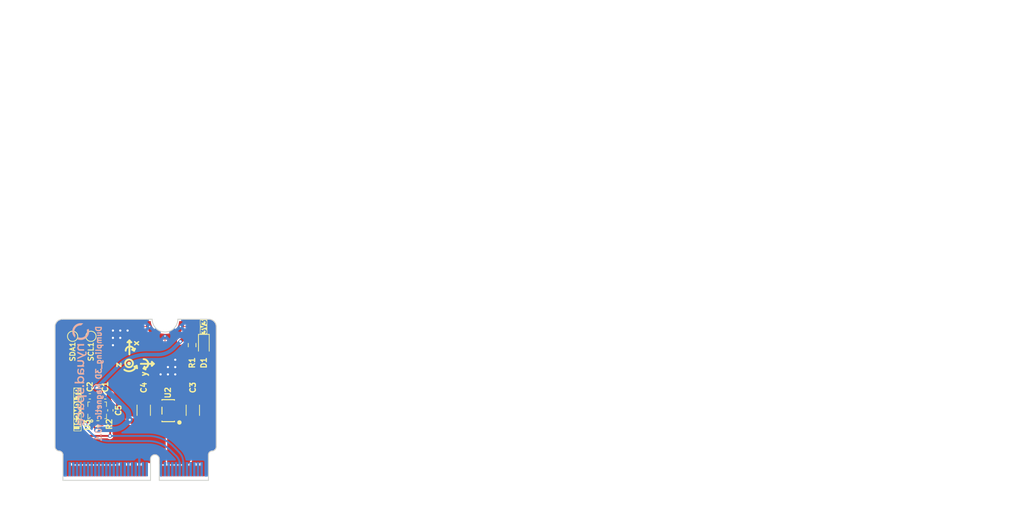
<source format=kicad_pcb>
(kicad_pcb (version 20241229) (generator "pcbnew") (generator_version "9.0")
  (layers (0 "F.Cu" signal "Top") (2 "B.Cu" signal "Bottom") (13 "F.Paste" user) (15 "B.Paste" user) (5 "F.SilkS" user "F.Silkscreen") (7 "B.SilkS" user "B.Silkscreen") (1 "F.Mask" user) (3 "B.Mask" user) (25 "Edge.Cuts" user))
  (net 0 "")
  (net 1 "+3V3")
  (net 2 "GND")
  (net 3 "VIN")
  (net 4 "Net-(U3-C1)")
  (net 5 "Net-(D1-A)")
  (net 6 "/G7")
  (net 7 "/SDIO_DATA3-~{SPI_CS1}")
  (net 8 "/G5")
  (net 9 "/G8")
  (net 10 "/G9-CAM_HSYNC")
  (net 11 "/I2C_~{INT}")
  (net 12 "/AUD_LRCLK")
  (net 13 "/G4")
  (net 14 "/G10-CAM_VSYNC")
  (net 15 "+5V")
  (net 16 "/G6")
  (net 17 "/G11-SWO")
  (net 18 "/G3")
  (net 19 "/AUD_OUT-CAM_MCLK")
  (net 20 "/UART_CTS1")
  (net 21 "/SWDCK")
  (net 22 "/USB_D-")
  (net 23 "LIS2MDLTR_INT")
  (net 24 "LIS2MDLTR_CS")
  (net 25 "/SPI_CIPO-LED_CLK")
  (net 26 "/SPI_SCK")
  (net 27 "/3.3V_EN")
  (net 28 "/SWDIO")
  (net 29 "LIS2MDLTR_SCL")
  (net 30 "/BATT_VIN")
  (net 31 "/I2C_SCL1")
  (net 32 "/PWM1")
  (net 33 "/UART_RX2")
  (net 34 "/G0")
  (net 35 "/A0")
  (net 36 "/CAN-TX")
  (net 37 "/AUD_BCLK")
  (net 38 "/~{SPI_CS}")
  (net 39 "/USBHOST_D-")
  (net 40 "LIS2MDLTR_SDA")
  (net 41 "/D1-CAM_TRIG")
  (net 42 "/RTC_3V_BATT")
  (net 43 "LIS2MDLTR_RX")
  (net 44 "LIS2MDLTR_pwr_cyc")
  (net 45 "/I2C_SDA1")
  (net 46 "LIS2MDLTR_SCK")
  (net 47 "/UART_TX2")
  (net 48 "/A1")
  (net 49 "LIS2MDLTR_MOSI")
  (net 50 "LIS2MDLTR_TX")
  (net 51 "/UART_RTS1")
  (net 52 "/AUD_IN-CAM_PCLK")
  (net 53 "/D0")
  (net 54 "/PWM0")
  (net 55 "/USB_D+")
  (net 56 "/SPI_COPI-LED_DAT")
  (net 57 "LIS2MDLTR_MISO")
  (net 58 "/CAN-RX")
  (net 59 "/SDIO_DATA2")
  (net 60 "/AUD_MCLK")
  (net 61 "/V_USB")
  (net 62 "/USBHOST_D+")
  (net 63 "Net-(U3-CS)")
  (footprint "SparkFun_MicroMod_ESP32:M.2-CARD-E-22" (layer "F.Cu") (at 148.5011 114.365617)
    (property "Reference" "J1" (hide yes))
    (property "Value" "MICROMOD-2222" (hide yes))
    (fp_line (start 1.9 -21) (end 1 -21) (stroke (width 0.1016)) (layer "F.Cu"))
    (fp_line (start 1.9 -21) (end 1.9 -19.9) (stroke (width 0.1016)) (layer "F.Cu"))
    (fp_line (start 4 -19.7) (end 4 -19) (stroke (width 0.1016)) (layer "F.Cu"))
    (fp_line (start 6.1 -21) (end 6.1 -19.9) (stroke (width 0.1016)) (layer "F.Cu"))
    (fp_line (start 6.1 -21) (end 7 -21) (stroke (width 0.1016)) (layer "F.Cu"))
    (fp_poly (pts (xy 1.25 -21.75) (xy 2.05 -21.75) (xy 2.08842 -21.461827) (xy 2.171447 -21.183213) (xy 2.297037 -20.921017) (xy 2.462097 -20.681696) (xy 2.662563 -20.471142) (xy 2.893499 -20.29454) (xy 3.149218 -20.156239) (xy 3.423424 -20.059644) (xy 4 -20) (xy 4.290635 -20.007133) (xy 4.576576 -20.059644) (xy 4.850782 -20.156239) (xy 5.106501 -20.29454) (xy 5.337437 -20.471142) (xy 5.537903 -20.681696) (xy 5.702963 -20.921017) (xy 5.828553 -21.183213) (xy 5.95 -21.75) (xy 6.75 -21.75) (xy 6.686952 -21.386065) (xy 6.576451 -21.033626) (xy 6.420427 -20.698842) (xy 6.221608 -20.387564) (xy 5.983467 -20.10523) (xy 5.710166 -19.856774) (xy 5.40648 -19.646539) (xy 5.077718 -19.478197) (xy 4.729623 -19.354691) (xy 4.368279 -19.27818) (xy 4 -19.25) (xy 3.630811 -19.275627) (xy 3.268334 -19.35024) (xy 2.919037 -19.472506) (xy 2.589157 -19.640244) (xy 2.284581 -19.85046) (xy 2.010746 -20.099401) (xy 1.77254 -20.382623) (xy 1.574215 -20.695072) (xy 1.419311 -21.031169)) (fill yes) (layer "F.Cu"))
    (pad "1" smd rect (at 9.25 -1.275 180) (size 0.35 1.45) (layers "F.Cu" "F.Mask") (net 2 "GND"))
    (pad "2" smd rect (at 9 -1.525) (size 0.35 1.95) (layers "B.Cu" "B.Mask") (net 1 "+3V3"))
    (pad "3" smd rect (at 8.75 -1.275 180) (size 0.35 1.45) (layers "F.Cu" "F.Mask") (net 55 "/USB_D+"))
    (pad "4" smd rect (at 8.5 -1.525) (size 0.35 1.95) (layers "B.Cu" "B.Mask") (net 27 "/3.3V_EN"))
    (pad "5" smd rect (at 8.25 -1.275 180) (size 0.35 1.45) (layers "F.Cu" "F.Mask") (net 22 "/USB_D-"))
    (pad "6" smd rect (at 8 -1.525) (size 0.35 1.95) (layers "B.Cu" "B.Mask") (net 15 "+5V"))
    (pad "7" smd rect (at 7.75 -1.275 180) (size 0.35 1.45) (layers "F.Cu" "F.Mask") (net 2 "GND"))
    (pad "8" smd rect (at 7.5 -1.525) (size 0.35 1.95) (layers "B.Cu" "B.Mask") (net 17 "/G11-SWO"))
    (pad "9" smd rect (at 7.25 -1.275 180) (size 0.35 1.45) (layers "F.Cu" "F.Mask") (net 61 "/V_USB"))
    (pad "10" smd rect (at 7 -1.525) (size 0.35 1.95) (layers "B.Cu" "B.Mask") (net 53 "/D0"))
    (pad "11" smd rect (at 6.75 -1.275 180) (size 0.35 1.45) (layers "F.Cu" "F.Mask") (net 3 "VIN"))
    (pad "12" smd rect (at 6.5 -1.525) (size 0.35 1.95) (layers "B.Cu" "B.Mask") (net 40 "LIS2MDLTR_SDA"))
    (pad "13" smd rect (at 6.25 -1.275 180) (size 0.35 1.45) (layers "F.Cu" "F.Mask") (net 51 "/UART_RTS1"))
    (pad "14" smd rect (at 6 -1.525) (size 0.35 1.95) (layers "B.Cu" "B.Mask") (net 29 "LIS2MDLTR_SCL"))
    (pad "15" smd rect (at 5.75 -1.275 180) (size 0.35 1.45) (layers "F.Cu" "F.Mask") (net 20 "/UART_CTS1"))
    (pad "16" smd rect (at 5.5 -1.525) (size 0.35 1.95) (layers "B.Cu" "B.Mask") (net 11 "/I2C_~{INT}"))
    (pad "17" smd rect (at 5.25 -1.275 180) (size 0.35 1.45) (layers "F.Cu" "F.Mask") (net 50 "LIS2MDLTR_TX"))
    (pad "18" smd rect (at 5 -1.525) (size 0.35 1.95) (layers "B.Cu" "B.Mask") (net 41 "/D1-CAM_TRIG"))
    (pad "19" smd rect (at 4.75 -1.275 180) (size 0.35 1.45) (layers "F.Cu" "F.Mask") (net 43 "LIS2MDLTR_RX"))
    (pad "20" smd rect (at 4.5 -1.525) (size 0.35 1.95) (layers "B.Cu" "B.Mask") (net 33 "/UART_RX2"))
    (pad "21" smd rect (at 4.25 -1.275 180) (size 0.35 1.45) (layers "F.Cu" "F.Mask") (net 21 "/SWDCK"))
    (pad "22" smd rect (at 4 -1.525) (size 0.35 1.95) (layers "B.Cu" "B.Mask") (net 47 "/UART_TX2"))
    (pad "23" smd rect (at 3.75 -1.275 180) (size 0.35 1.45) (layers "F.Cu" "F.Mask") (net 28 "/SWDIO"))
    (pad "32" smd rect (at 1.5 -1.525) (size 0.35 1.95) (layers "B.Cu" "B.Mask") (net 54 "/PWM0"))
    (pad "33" smd rect (at 1.25 -1.275 180) (size 0.35 1.45) (layers "F.Cu" "F.Mask") (net 2 "GND"))
    (pad "34" smd rect (at 1 -1.525) (size 0.35 1.95) (layers "B.Cu" "B.Mask") (net 35 "/A0"))
    (pad "35" smd rect (at 0.75 -1.275 180) (size 0.35 1.45) (layers "F.Cu" "F.Mask") (net 62 "/USBHOST_D+"))
    (pad "36" smd rect (at 0.5 -1.525) (size 0.35 1.95) (layers "B.Cu" "B.Mask") (net 2 "GND"))
    (pad "37" smd rect (at 0.25 -1.275 180) (size 0.35 1.45) (layers "F.Cu" "F.Mask") (net 39 "/USBHOST_D-"))
    (pad "38" smd rect (at 0 -1.525) (size 0.35 1.95) (layers "B.Cu" "B.Mask") (net 48 "/A1"))
    (pad "39" smd rect (at -0.25 -1.275 180) (size 0.35 1.45) (layers "F.Cu" "F.Mask") (net 2 "GND"))
    (pad "40" smd rect (at -0.5 -1.525) (size 0.35 1.95) (layers "B.Cu" "B.Mask") (net 34 "/G0"))
    (pad "41" smd rect (at -0.75 -1.275 180) (size 0.35 1.45) (layers "F.Cu" "F.Mask") (net 58 "/CAN-RX"))
    (pad "42" smd rect (at -1 -1.525) (size 0.35 1.95) (layers "B.Cu" "B.Mask") (net 44 "LIS2MDLTR_pwr_cyc"))
    (pad "43" smd rect (at -1.25 -1.275 180) (size 0.35 1.45) (layers "F.Cu" "F.Mask") (net 36 "/CAN-TX"))
    (pad "44" smd rect (at -1.5 -1.525) (size 0.35 1.95) (layers "B.Cu" "B.Mask") (net 23 "LIS2MDLTR_INT"))
    (pad "45" smd rect (at -1.75 -1.275 180) (size 0.35 1.45) (layers "F.Cu" "F.Mask") (net 2 "GND"))
    (pad "46" smd rect (at -2 -1.525) (size 0.35 1.95) (layers "B.Cu" "B.Mask") (net 18 "/G3"))
    (pad "47" smd rect (at -2.25 -1.275 180) (size 0.35 1.45) (layers "F.Cu" "F.Mask") (net 32 "/PWM1"))
    (pad "48" smd rect (at -2.5 -1.525) (size 0.35 1.95) (layers "B.Cu" "B.Mask") (net 13 "/G4"))
    (pad "49" smd rect (at -2.75 -1.275 180) (size 0.35 1.45) (layers "F.Cu" "F.Mask") (net 30 "/BATT_VIN"))
    (pad "50" smd rect (at -3 -1.525) (size 0.35 1.95) (layers "B.Cu" "B.Mask") (net 37 "/AUD_BCLK"))
    (pad "51" smd rect (at -3.25 -1.275 180) (size 0.35 1.45) (layers "F.Cu" "F.Mask") (net 45 "/I2C_SDA1"))
    (pad "52" smd rect (at -3.5 -1.525) (size 0.35 1.95) (layers "B.Cu" "B.Mask") (net 12 "/AUD_LRCLK"))
    (pad "53" smd rect (at -3.75 -1.275 180) (size 0.35 1.45) (layers "F.Cu" "F.Mask") (net 31 "/I2C_SCL1"))
    (pad "54" smd rect (at -4 -1.525) (size 0.35 1.95) (layers "B.Cu" "B.Mask") (net 52 "/AUD_IN-CAM_PCLK"))
    (pad "55" smd rect (at -4.25 -1.275 180) (size 0.35 1.45) (layers "F.Cu" "F.Mask") (net 38 "/~{SPI_CS}"))
    (pad "56" smd rect (at -4.5 -1.525) (size 0.35 1.95) (layers "B.Cu" "B.Mask") (net 19 "/AUD_OUT-CAM_MCLK"))
    (pad "57" smd rect (at -4.75 -1.275 180) (size 0.35 1.45) (layers "F.Cu" "F.Mask") (net 26 "/SPI_SCK"))
    (pad "58" smd rect (at -5 -1.525) (size 0.35 1.95) (layers "B.Cu" "B.Mask") (net 60 "/AUD_MCLK"))
    (pad "59" smd rect (at -5.25 -1.275 180) (size 0.35 1.45) (layers "F.Cu" "F.Mask") (net 56 "/SPI_COPI-LED_DAT"))
    (pad "60" smd rect (at -5.5 -1.525) (size 0.35 1.95) (layers "B.Cu" "B.Mask") (net 49 "LIS2MDLTR_MOSI"))
    (pad "61" smd rect (at -5.75 -1.275 180) (size 0.35 1.45) (layers "F.Cu" "F.Mask") (net 25 "/SPI_CIPO-LED_CLK"))
    (pad "62" smd rect (at -6 -1.525) (size 0.35 1.95) (layers "B.Cu" "B.Mask") (net 57 "LIS2MDLTR_MISO"))
    (pad "63" smd rect (at -6.25 -1.275 180) (size 0.35 1.45) (layers "F.Cu" "F.Mask") (net 14 "/G10-CAM_VSYNC"))
    (pad "64" smd rect (at -6.5 -1.525) (size 0.35 1.95) (layers "B.Cu" "B.Mask") (net 46 "LIS2MDLTR_SCK"))
    (pad "65" smd rect (at -6.75 -1.275 180) (size 0.35 1.45) (layers "F.Cu" "F.Mask") (net 10 "/G9-CAM_HSYNC"))
    (pad "66" smd rect (at -7 -1.525) (size 0.35 1.95) (layers "B.Cu" "B.Mask") (net 24 "LIS2MDLTR_CS"))
    (pad "67" smd rect (at -7.25 -1.275 180) (size 0.35 1.45) (layers "F.Cu" "F.Mask") (net 9 "/G8"))
    (pad "68" smd rect (at -7.5 -1.525) (size 0.35 1.95) (layers "B.Cu" "B.Mask") (net 59 "/SDIO_DATA2"))
    (pad "69" smd rect (at -7.75 -1.275 180) (size 0.35 1.45) (layers "F.Cu" "F.Mask") (net 6 "/G7"))
    (pad "70" smd rect (at -8 -1.525) (size 0.35 1.95) (layers "B.Cu" "B.Mask") (net 7 "/SDIO_DATA3-~{SPI_CS1}"))
    (pad "71" smd rect (at -8.25 -1.275 180) (size 0.35 1.45) (layers "F.Cu" "F.Mask") (net 16 "/G6"))
    (pad "72" smd rect (at -8.5 -1.525) (size 0.35 1.95) (layers "B.Cu" "B.Mask") (net 42 "/RTC_3V_BATT"))
    (pad "73" smd rect (at -8.75 -1.275 180) (size 0.35 1.45) (layers "F.Cu" "F.Mask") (net 8 "/G5"))
    (pad "74" smd rect (at -9 -1.525) (size 0.35 1.95) (layers "B.Cu" "B.Mask") (net 1 "+3V3"))
    (pad "75" smd rect (at -9.25 -1.275 180) (size 0.35 1.45) (layers "F.Cu" "F.Mask") (net 2 "GND"))
    (pad "GND1" thru_hole circle (at 1.9 -21) (size 0.454 0.454) (drill 0.2) (layers "*.Cu" "*.Mask") (net 2 "GND"))
    (pad "GND2" thru_hole circle (at 4 -19.7) (size 0.454 0.454) (drill 0.2) (layers "*.Cu" "*.Mask") (net 2 "GND"))
    (pad "GND3" thru_hole circle (at 6.1 -21) (size 0.454 0.454) (drill 0.2) (layers "*.Cu" "*.Mask") (net 2 "GND"))
  )
  (footprint "SparkFun_MicroMod_ESP32:ORDERING_INSTRUCTIONS" (layer "F.Cu") (at 167.9811 62.1)
    (property "Reference" "LOGO1" (hide yes))
    (property "Value" "SPECIAL_INSTRUCTIONS-ORDERING")
  )
  (footprint "SparkFun_MicroMod_ESP32:CREATIVE_COMMONS" (layer "F.Cu") (at 184.4 63.75)
    (property "Reference" "FRAME1" (hide yes))
    (property "Value" "FRAME-LEDGER" (hide yes))
  )
  (footprint "TPSPX3819M5-L-3-3:SOT-23-5_L3.0-W1.6-P0.95-LS2.8-BR" (layer "F.Cu") (at 152.9375 104.85)
    (property "Reference" "U2" (at -0.0375 -2.45 90) (layer "F.SilkS") (effects (font (size 0.75 0.75) (thickness 0.175) (bold yes))))
    (property "Value" "TPSPX3819M5-L-3-3")
    (pad "1" smd rect (at 1.149987 0.949962 90) (size 0.6 1.2) (layers "F.Cu" "F.Mask" "F.Paste") (net 3 "VIN"))
    (pad "2" smd rect (at 1.149987 0 90) (size 0.6 1.2) (layers "F.Cu" "F.Mask" "F.Paste") (net 2 "GND"))
    (pad "3" smd rect (at 1.149987 -0.949962 90) (size 0.6 1.2) (layers "F.Cu" "F.Mask" "F.Paste") (net 3 "VIN"))
    (pad "4" smd rect (at -1.149987 -0.949962 90) (size 0.6 1.2) (layers "F.Cu" "F.Mask" "F.Paste"))
    (pad "5" smd rect (at -1.149987 0.949962 90) (size 0.6 1.2) (layers "F.Cu" "F.Mask" "F.Paste") (net 1 "+3V3"))
  )
  (footprint "Resistor_SMD:R_0603_1608Metric" (layer "F.Cu") (at 156.2 95.9 -90)
    (property "Reference" "R1" (at 2.425 0 270) (layer "F.SilkS") (effects (font (size 0.75 0.75) (thickness 0.175) (bold yes))))
    (property "Value" "10k")
    (pad "1" smd roundrect (at -0.825 0 270) (size 0.8 0.95) (layers "F.Cu" "F.Mask" "F.Paste") (net 1 "+3V3"))
    (pad "2" smd roundrect (at 0.825 0 270) (size 0.8 0.95) (layers "F.Cu" "F.Mask" "F.Paste") (net 5 "Net-(D1-A)"))
  )
  (footprint "Capacitor_SMD:C_0402_1005Metric" (layer "F.Cu") (at 145.050064 104.804093 90)
    (property "Reference" "C5" (at 0 1.1 90) (layer "F.SilkS") (effects (font (size 0.75 0.75) (thickness 0.175) (bold yes))))
    (property "Value" "0.22u")
    (pad "1" smd roundrect (at -0.48 0 90) (size 0.56 0.62) (layers "F.Cu" "F.Mask" "F.Paste") (net 4 "Net-(U3-C1)"))
    (pad "2" smd roundrect (at 0.48 0 90) (size 0.56 0.62) (layers "F.Cu" "F.Mask" "F.Paste") (net 2 "GND"))
  )
  (footprint "LED_SMD:LED_0603_1608Metric" (layer "F.Cu") (at 157.8 95.925 -90)
    (property "Reference" "D1" (at 2.4 0 90) (layer "F.SilkS") (effects (font (size 0.75 0.75) (thickness 0.175) (bold yes))))
    (property "Value" "LED")
    (pad "1" smd roundrect (at -0.7875 0 270) (size 0.875 0.95) (layers "F.Cu" "F.Mask" "F.Paste") (net 2 "GND"))
    (pad "2" smd roundrect (at 0.7875 0 270) (size 0.875 0.95) (layers "F.Cu" "F.Mask" "F.Paste") (net 5 "Net-(D1-A)"))
  )
  (footprint "Resistor_SMD:R_0402_1005Metric" (layer "F.Cu") (at 143.350064 106.604093)
    (property "Reference" "R2" (at 1.549936 0.095907 90) (layer "F.SilkS") (effects (font (size 0.75 0.75) (thickness 0.175) (bold yes))))
    (property "Value" "10k")
    (pad "1" smd roundrect (at -0.51 0) (size 0.54 0.64) (layers "F.Cu" "F.Mask" "F.Paste") (net 1 "+3V3"))
    (pad "2" smd roundrect (at 0.51 0) (size 0.54 0.64) (layers "F.Cu" "F.Mask" "F.Paste") (net 63 "Net-(U3-CS)"))
  )
  (footprint "TestPoint:TestPoint_Pad_D1.0mm" (layer "F.Cu") (at 139.9 94.7)
    (property "Reference" "SDA1" (at 0 2.1 90) (layer "F.SilkS") (effects (font (size 0.7 0.7))))
    (property "Value" "I2C")
    (pad "1" smd circle (at 0 0) (size 1 1) (layers "F.Cu" "F.Mask") (net 40 "LIS2MDLTR_SDA"))
  )
  (footprint "Capacitor_SMD:C_0402_1005Metric" (layer "F.Cu") (at 142.250064 102.904093 180)
    (property "Reference" "C2" (at 0 1.3 90) (layer "F.SilkS") (effects (font (size 0.7 0.7) (thickness 0.175) (bold yes))))
    (property "Value" "100n")
    (pad "1" smd roundrect (at -0.48 0 180) (size 0.56 0.62) (layers "F.Cu" "F.Mask" "F.Paste") (net 1 "+3V3"))
    (pad "2" smd roundrect (at 0.48 0 180) (size 0.56 0.62) (layers "F.Cu" "F.Mask" "F.Paste") (net 2 "GND"))
  )
  (footprint "Capacitor_SMD:C_1206_3216Metric" (layer "F.Cu") (at 156.3 104.8 90)
    (property "Reference" "C3" (at 3.1 0 90) (layer "F.SilkS") (effects (font (size 0.75 0.75) (thickness 0.175) (bold yes))))
    (property "Value" "10u")
    (pad "1" smd roundrect (at -1.475 0 90) (size 1.15 1.8) (layers "F.Cu" "F.Mask" "F.Paste") (roundrect_rratio 0.217391) (net 3 "VIN"))
    (pad "2" smd roundrect (at 1.475 0 90) (size 1.15 1.8) (layers "F.Cu" "F.Mask" "F.Paste") (roundrect_rratio 0.217391) (net 2 "GND"))
  )
  (footprint "TestPoint:TestPoint_Pad_D1.0mm" (layer "F.Cu") (at 142.4 94.7)
    (property "Reference" "SCL1" (at 0 2.1 90) (layer "F.SilkS") (effects (font (size 0.7 0.7))))
    (property "Value" "I2C")
    (pad "1" smd circle (at 0 0) (size 1 1) (layers "F.Cu" "F.Mask") (net 29 "LIS2MDLTR_SCL"))
  )
  (footprint "Capacitor_SMD:C_0402_1005Metric" (layer "F.Cu") (at 144.350064 102.904093)
    (property "Reference" "C1" (at 0 -1.3 90) (layer "F.SilkS") (effects (font (size 0.75 0.75) (thickness 0.175) (bold yes))))
    (property "Value" "100n")
    (pad "1" smd roundrect (at -0.48 0) (size 0.56 0.62) (layers "F.Cu" "F.Mask" "F.Paste") (net 1 "+3V3"))
    (pad "2" smd roundrect (at 0.48 0) (size 0.56 0.62) (layers "F.Cu" "F.Mask" "F.Paste") (net 2 "GND"))
  )
  (footprint "LIS2MDLTR:LGA-12_L2.0-W2.0-P0.50-BL" (layer "F.Cu") (at 143.250064 104.804093)
    (property "Reference" "U3" (at -1.350064 1.995907 90) (layer "F.SilkS") (effects (font (size 0.75 0.75) (thickness 0.175) (bold yes))))
    (property "Value" "LIS2MDLTR")
    (pad "1" smd rect (at -0.750064 0.875032) (size 0.28001 0.5) (layers "F.Cu" "F.Mask" "F.Paste") (net 29 "LIS2MDLTR_SCL"))
    (pad "2" smd rect (at -0.249936 0.875032) (size 0.28001 0.5) (layers "F.Cu" "F.Mask" "F.Paste"))
    (pad "3" smd rect (at 0.249936 0.875032) (size 0.28001 0.5) (layers "F.Cu" "F.Mask" "F.Paste") (net 63 "Net-(U3-CS)"))
    (pad "4" smd rect (at 0.750064 0.875032) (size 0.28001 0.5) (layers "F.Cu" "F.Mask" "F.Paste") (net 40 "LIS2MDLTR_SDA"))
    (pad "5" smd rect (at 0.875032 0.249936) (size 0.5 0.28001) (layers "F.Cu" "F.Mask" "F.Paste") (net 4 "Net-(U3-C1)"))
    (pad "6" smd rect (at 0.875032 -0.249936) (size 0.5 0.28001) (layers "F.Cu" "F.Mask" "F.Paste") (net 2 "GND"))
    (pad "7" smd rect (at 0.750064 -0.875032) (size 0.28001 0.5) (layers "F.Cu" "F.Mask" "F.Paste") (net 23 "LIS2MDLTR_INT"))
    (pad "8" smd rect (at 0.249936 -0.875032) (size 0.28001 0.5) (layers "F.Cu" "F.Mask" "F.Paste") (net 2 "GND"))
    (pad "9" smd rect (at -0.249936 -0.875032) (size 0.28001 0.5) (layers "F.Cu" "F.Mask" "F.Paste") (net 1 "+3V3"))
    (pad "10" smd rect (at -0.750064 -0.875032) (size 0.28001 0.5) (layers "F.Cu" "F.Mask" "F.Paste") (net 1 "+3V3"))
    (pad "11" smd rect (at -0.875032 -0.249936) (size 0.5 0.28001) (layers "F.Cu" "F.Mask" "F.Paste"))
    (pad "12" smd rect (at -0.875032 0.249936) (size 0.5 0.28001) (layers "F.Cu" "F.Mask" "F.Paste"))
  )
  (footprint "Capacitor_SMD:C_1206_3216Metric" (layer "F.Cu") (at 149.6 104.8 90)
    (property "Reference" "C4" (at 3.1 0 90) (layer "F.SilkS") (effects (font (size 0.75 0.75) (thickness 0.175) (bold yes))))
    (property "Value" "10u")
    (pad "1" smd roundrect (at -1.475 0 90) (size 1.15 1.8) (layers "F.Cu" "F.Mask" "F.Paste") (roundrect_rratio 0.217391) (net 1 "+3V3"))
    (pad "2" smd roundrect (at 1.475 0 90) (size 1.15 1.8) (layers "F.Cu" "F.Mask" "F.Paste") (roundrect_rratio 0.217391) (net 2 "GND"))
  )
  (footprint "LOGO" (layer "B.Cu") (at 141 99.9 -90)
    (property "Reference" "G***" (hide yes))
    (property "Value" "LOGO" (hide yes))
  )
  (gr_line (start 149.7112 98.863625) (end 149.8382 99.219225) (stroke (width 0.254)) (layer "F.SilkS"))
  (gr_circle (center 147.6 98.4) (end 147.6 98.527) (stroke (width 0.254)) (fill no) (layer "F.SilkS"))
  (gr_line (start 150.9812 98.457225) (end 150.7272 98.711225) (stroke (width 0.254)) (layer "F.SilkS"))
  (gr_line (start 148.282625 96.6601) (end 148.028625 96.5331) (stroke (width 0.254)) (layer "F.SilkS"))
  (gr_arc (start 148.5652 98.854025) (mid 147.853504 99.433281) (end 146.952299 99.260426) (stroke (width 0.254)) (layer "F.SilkS"))
  (gr_line (start 148.409625 96.4061) (end 148.028625 96.5331) (stroke (width 0.254)) (layer "F.SilkS"))
  (gr_line (start 150.9812 98.457225) (end 150.7272 98.203225) (stroke (width 0.254)) (layer "F.SilkS"))
  (gr_line (start 148.3366 98.85085) (end 148.6922 99.057225) (stroke (width 0.254)) (layer "F.SilkS"))
  (gr_line (start 148.282625 96.6601) (end 148.409625 96.4061) (stroke (width 0.254)) (layer "F.SilkS"))
  (gr_line (start 147.647625 95.2631) (end 147.901625 95.5171) (stroke (width 0.254)) (layer "F.SilkS"))
  (gr_line (start 147.647625 95.2631) (end 147.647625 97.1681) (stroke (width 0.254)) (layer "F.SilkS"))
  (gr_arc (start 147.139625 96.6601) (mid 147.711125 96.088616) (end 148.282625 96.6601) (stroke (width 0.254)) (layer "F.SilkS"))
  (gr_line (start 148.644575 98.72385) (end 148.3366 98.85085) (stroke (width 0.254)) (layer "F.SilkS"))
  (gr_line (start 147.901625 95.5171) (end 147.393625 95.5171) (stroke (width 0.254)) (layer "F.SilkS"))
  (gr_circle (center 147.6 98.4) (end 147.6 98.9334) (stroke (width 0.254)) (fill no) (layer "F.SilkS"))
  (gr_line (start 148.644575 98.72385) (end 148.6922 99.057225) (stroke (width 0.254)) (layer "F.SilkS"))
  (gr_arc (start 149.5842 97.822225) (mid 150.2192 98.457225) (end 149.5842 99.092225) (stroke (width 0.254)) (layer "F.SilkS"))
  (gr_line (start 149.5842 99.092225) (end 149.8382 99.219225) (stroke (width 0.254)) (layer "F.SilkS"))
  (gr_line (start 149.5842 99.092225) (end 149.7112 98.863625) (stroke (width 0.254)) (layer "F.SilkS"))
  (gr_line (start 147.647625 95.2631) (end 147.393625 95.5171) (stroke (width 0.254)) (layer "F.SilkS"))
  (gr_line (start 150.9812 98.457225) (end 149.2032 98.457225) (stroke (width 0.254)) (layer "F.SilkS"))
  (gr_line (start 150.7018 98.177825) (end 150.7018 98.736625) (stroke (width 0.254)) (layer "F.SilkS"))
  (gr_line (start 158.4261 114.365617) (end 151.7261 114.365617) (stroke (width 0.127)) (layer "Edge.Cuts"))
  (gr_line (start 150.5261 111.465617) (end 150.5261 114.365617) (stroke (width 0.127)) (layer "Edge.Cuts"))
  (gr_line (start 138.5761 114.365617) (end 138.5761 110.865617) (stroke (width 0.127)) (layer "Edge.Cuts"))
  (gr_arc (start 138.1011 110.365617) (mid 138.434341 110.524663) (end 138.5761 110.865618) (stroke (width 0.127)) (layer "Edge.Cuts"))
  (gr_arc (start 137.5011 93.365617) (mid 137.8011 92.665618) (end 138.501099 92.365618) (stroke (width 0.127)) (layer "Edge.Cuts"))
  (gr_arc (start 159.501099 109.765618) (mid 159.320461 110.184979) (end 158.9011 110.365617) (stroke (width 0.127)) (layer "Edge.Cuts"))
  (gr_line (start 137.5011 93.365617) (end 137.5011 109.765617) (stroke (width 0.127)) (layer "Edge.Cuts"))
  (gr_line (start 159.5011 93.365617) (end 159.5011 109.765617) (stroke (width 0.127)) (layer "Edge.Cuts"))
  (gr_arc (start 154.2511 92.365617) (mid 152.5011 94.115617) (end 150.7511 92.365617) (stroke (width 0.127)) (layer "Edge.Cuts"))
  (gr_arc (start 158.4261 110.865617) (mid 158.566444 110.523319) (end 158.9011 110.365617) (stroke (width 0.127)) (layer "Edge.Cuts"))
  (gr_arc (start 150.5261 111.465617) (mid 151.1261 110.865617) (end 151.7261 111.465617) (stroke (width 0.127)) (layer "Edge.Cuts"))
  (gr_line (start 158.4261 110.865617) (end 158.4261 114.365617) (stroke (width 0.127)) (layer "Edge.Cuts"))
  (gr_line (start 150.7511 92.365617) (end 138.5011 92.365617) (stroke (width 0.127)) (layer "Edge.Cuts"))
  (gr_line (start 151.7261 111.465617) (end 151.7261 114.365617) (stroke (width 0.127)) (layer "Edge.Cuts"))
  (gr_arc (start 138.101098 110.365617) (mid 137.681737 110.184978) (end 137.5011 109.765617) (stroke (width 0.127)) (layer "Edge.Cuts"))
  (gr_line (start 158.5011 92.365617) (end 154.2511 92.365617) (stroke (width 0.127)) (layer "Edge.Cuts"))
  (gr_arc (start 158.5011 92.365617) (mid 159.2011 92.665617) (end 159.5011 93.365617) (stroke (width 0.127)) (layer "Edge.Cuts"))
  (gr_line (start 138.5761 114.365617) (end 150.5261 114.365617) (stroke (width 0.127)) (layer "Edge.Cuts"))
  (gr_text "y" (at 150.0922 100.257225 90) (layer "F.SilkS") (effects (font (size 0.8 0.8) (thickness 0.1905)) (justify left bottom)))
  (gr_text "LIS2MDLTR" (at 140.6 104.7 90) (layer "F.SilkS" knockout) (effects (font (size 0.75 0.75) (thickness 0.175) (bold yes))))
  (gr_text "z" (at 146.5922 99.057225 90) (layer "F.SilkS") (effects (font (size 0.8 0.8) (thickness 0.1905)) (justify left bottom)))
  (gr_text "x" (at 149 96.1 90) (layer "F.SilkS") (effects (font (size 0.8 0.8) (thickness 0.1905)) (justify left bottom)))
  (gr_text "3V3" (at 157.8 93.4 90) (layer "F.SilkS" knockout) (effects (font (size 0.7 0.7) (thickness 0.15) (bold yes))))
  (gr_text "Dumpling_3D Magnetic v0.1" (at 143.9 93.2 90) (layer "B.SilkS") (effects (font (size 0.75 0.75) (thickness 0.175) (bold yes)) (justify left bottom mirror)))
  (segment (start 143.2 101.7) (end 143.681256 102.181256) (width 0.5) (layer "F.Cu") (net 1))
  (segment (start 143.632972 102.904093) (end 143.670038 102.904093) (width 0.3) (layer "F.Cu") (net 1))
  (segment (start 143.008995 103.676408) (end 143.008995 103.586841) (width 0.3) (layer "F.Cu") (net 1))
  (segment (start 142.450064 103.879125) (end 142.5 103.929061) (width 0.2) (layer "F.Cu") (net 1))
  (segment (start 143.569697 102.930302) (end 143.076761 103.423238) (width 0.3) (layer "F.Cu") (net 1))
  (segment (start 143.870064 102.637078) (end 143.870064 102.904093) (width 0.5) (layer "F.Cu") (net 1))
  (segment (start 142.702548 103.099869) (end 142.675032 103.127385) (width 0.3) (layer "F.Cu") (net 1))
  (segment (start 154.7375 95.2625) (end 154.6 95.4) (width 0.5) (layer "F.Cu") (net 1))
  (segment (start 155.069454 95.125) (end 156.2 95.125) (width 0.5) (layer "F.Cu") (net 1))
  (segment (start 147.998743 106.275) (end 149.6 106.275) (width 0.75) (layer "F.Cu") (net 1))
  (segment (start 143.2 107.5) (end 143.020032 107.320032) (width 0.25) (layer "F.Cu") (net 1))
  (segment (start 142.840064 106.88555) (end 142.840064 106.604093) (width 0.25) (layer "F.Cu") (net 1))
  (segment (start 150.989124 106.275) (end 149.6 106.275) (width 0.75) (layer "F.Cu") (net 1))
  (segment (start 143.2 101.75) (end 143.2 101.7) (width 0.5) (layer "F.Cu") (net 1))
  (segment (start 142.730064 103.033439) (end 142.730064 102.925351) (width 0.3) (layer "F.Cu") (net 1))
  (segment (start 151.5625 106.0375) (end 151.8 105.8) (width 0.75) (layer "F.Cu") (net 1))
  (segment (start 142.5 103.549949) (end 142.5 103.829189) (width 0.3) (layer "F.Cu") (net 1))
  (segment (start 142.7 102.85277) (end 142.7 102.587014) (width 0.5) (layer "F.Cu") (net 1))
  (segment (start 142.751322 102.904093) (end 142.850064 102.904093) (width 0.3) (layer "F.Cu") (net 1))
  (segment (start 143.000128 103.697814) (end 143.000128 103.929061) (width 0.3) (layer "F.Cu") (net 1))
  (segment (start 143.164644 101.835355) (end 142.902949 102.09705) (width 0.5) (layer "F.Cu") (net 1))
  (segment (start 147.7 106.1) (end 147.7875 106.1875) (width 0.75) (layer "F.Cu") (net 1))
  (via (at 154.6 95.4) (size 0.5) (drill 0.3) (layers "F.Cu" "B.Cu") (net 1))
  (via (at 143.2 107.5) (size 0.5) (drill 0.3) (layers "F.Cu" "B.Cu") (net 1))
  (via (at 143.2 101.7) (size 0.5) (drill 0.3) (layers "F.Cu" "B.Cu") (net 1))
  (via (at 147.7 106.1) (size 0.5) (drill 0.3) (layers "F.Cu" "B.Cu") (net 1))
  (arc (start 142.7 102.85277) (mid 142.703906 102.87241) (end 142.715032 102.889061) (width 0.5) (layer "F.Cu") (net 1))
  (arc (start 142.840064 106.88555) (mid 142.886836 107.12069) (end 143.020032 107.320032) (width 0.25) (layer "F.Cu") (net 1))
  (arc (start 143.2 101.75) (mid 143.190811 101.796193) (end 143.164644 101.835355) (width 0.5) (layer "F.Cu") (net 1))
  (arc (start 142.7 102.587014) (mid 142.752744 102.321847) (end 142.902949 102.09705) (width 0.5) (layer "F.Cu") (net 1))
  (arc (start 143.076761 103.423238) (mid 143.026606 103.498299) (end 143.008995 103.586841) (width 0.3) (layer "F.Cu") (net 1))
  (arc (start 154.7375 95.2625) (mid 154.889801 95.160735) (end 155.069454 95.125) (width 0.5) (layer "F.Cu") (net 1))
  (arc (start 147.998743 106.275) (mid 147.884419 106.252259) (end 147.7875 106.1875) (width 0.75) (layer "F.Cu") (net 1))
  (arc (start 142.751322 102.904093) (mid 142.73629 102.910319) (end 142.730064 102.925351) (width 0.3) (layer "F.Cu") (net 1))
  (arc (start 151.5625 106.0375) (mid 151.299432 106.213275) (end 150.989124 106.275) (width 0.75) (layer "F.Cu") (net 1))
  (arc (start 142.730064 102.925351) (mid 142.726157 102.905711) (end 142.715032 102.889061) (width 0.3) (layer "F.Cu") (net 1))
  (arc (start 143.004561 103.687111) (mid 143.00128 103.692021) (end 143.000128 103.697814) (width 0.3) (layer "F.Cu") (net 1))
  (arc (start 143.870064 102.637078) (mid 143.820994 102.390389) (end 143.681256 102.181256) (width 0.5) (layer "F.Cu") (net 1))
  (arc (start 143.569697 102.930302) (mid 143.598728 102.910904) (end 143.632972 102.904093) (width 0.3) (layer "F.Cu") (net 1))
  (arc (start 142.675032 103.127385) (mid 142.545489 103.321259) (end 142.5 103.549949) (width 0.3) (layer "F.Cu") (net 1))
  (arc (start 143.004561 103.687111) (mid 143.007842 103.6822) (end 143.008995 103.676408) (width 0.3) (layer "F.Cu") (net 1))
  (arc (start 142.730064 103.033439) (mid 142.722912 103.06939) (end 142.702548 103.099869) (width 0.3) (layer "F.Cu") (net 1))
  (arc (start 142.751322 102.904093) (mid 142.731682 102.900186) (end 142.715032 102.889061) (width 0.5) (layer "F.Cu") (net 1))
  (segment (start 143.2 101.7) (end 143.7 101.7) (width 0.75) (layer "B.Cu") (net 1))
  (segment (start 143.37071 107.4) (end 145.480761 107.4) (width 0.75) (layer "B.Cu") (net 1))
  (segment (start 154.6 95.4) (end 153.7 96.3) (width 0.5) (layer "B.Cu") (net 1))
  (segment (start 147.65 106.1) (end 147.7 106.1) (width 0.75) (layer "B.Cu") (net 1))
  (segment (start 143.2 107.5) (end 143.25 107.45) (width 0.75) (layer "B.Cu") (net 1))
  (segment (start 147.564644 106.064644) (end 147.564644 105.564644) (width 0.75) (layer "B.Cu") (net 1))
  (segment (start 149.953963 97.2) (end 151.527207 97.2) (width 0.5) (layer "B.Cu") (net 1))
  (segment (start 146.106207 98.793792) (end 143.2 101.7) (width 0.5) (layer "B.Cu") (net 1))
  (segment (start 147.21109 104.71109) (end 144.553553 102.053553) (width 0.75) (layer "B.Cu") (net 1))
  (segment (start 147.05 106.75) (end 147.7 106.1) (width 0.75) (layer "B.Cu") (net 1))
  (arc (start 149.953963 97.2) (mid 147.871572 97.614213) (end 146.106207 98.793792) (width 0.5) (layer "B.Cu") (net 1))
  (arc (start 153.7 96.3) (mid 152.703114 96.966097) (end 151.527207 97.2) (width 0.5) (layer "B.Cu") (net 1))
  (arc (start 147.564644 106.064644) (mid 147.603805 106.090811) (end 147.65 106.1) (width 0.75) (layer "B.Cu") (net 1))
  (arc (start 144.553553 102.053553) (mid 144.161939 101.791885) (end 143.7 101.7) (width 0.75) (layer "B.Cu") (net 1))
  (arc (start 147.05 106.75) (mid 146.330027 107.23107) (end 145.480761 107.4) (width 0.75) (layer "B.Cu") (net 1))
  (arc (start 147.21109 104.71109) (mid 147.472758 105.102704) (end 147.564644 105.564644) (width 0.75) (layer "B.Cu") (net 1))
  (arc (start 143.37071 107.4) (mid 143.305382 107.412994) (end 143.25 107.45) (width 0.75) (layer "B.Cu") (net 1))
  (segment (start 145.025032 104.349125) (end 144.935032 104.439125) (width 0.3) (layer "F.Cu") (net 2))
  (segment (start 144.65732 104.554157) (end 144.125096 104.554157) (width 0.3) (layer "F.Cu") (net 2))
  (segment (start 144.125096 104.554157) (end 143.642063 104.554157) (width 0.25) (layer "F.Cu") (net 2))
  (segment (start 154.7125 104.85) (end 154.075 104.85) (width 0.75) (layer "F.Cu") (net 2))
  (segment (start 144.875032 103.029061) (end 144.750064 102.904093) (width 0.3) (layer "F.Cu") (net 2))
  (segment (start 145 103.33076) (end 145 104.238628) (width 0.3) (layer "F.Cu") (net 2))
  (segment (start 143.5 104.41204) (end 143.5 103.929061) (width 0.25) (layer "F.Cu") (net 2))
  (segment (start 155.80078 104.399219) (end 156.096706 104.103293) (width 0.75) (layer "F.Cu") (net 2))
  (segment (start 156.3 103.6125) (end 156.3 103.325) (width 0.75) (layer "F.Cu") (net 2))
  (via (at 153.9 97.9) (size 0.7) (drill 0.3) (layers "F.Cu" "B.Cu") (net 2))
  (via (at 145.4 94.915617) (size 0.7) (drill 0.3) (layers "F.Cu" "B.Cu") (net 2))
  (via (at 146.4 94.915617) (size 0.7) (drill 0.3) (layers "F.Cu" "B.Cu") (net 2))
  (via (at 153.9 98.9) (size 0.7) (drill 0.3) (layers "F.Cu" "B.Cu") (net 2))
  (via (at 147.4 93.915617) (size 0.7) (drill 0.3) (layers "F.Cu" "B.Cu") (net 2))
  (via (at 152.9 98.9) (size 0.7) (drill 0.3) (layers "F.Cu" "B.Cu") (net 2))
  (via (at 146.4 93.915617) (size 0.7) (drill 0.3) (layers "F.Cu" "B.Cu") (net 2))
  (via (at 145.4 95.915617) (size 0.7) (drill 0.3) (layers "F.Cu" "B.Cu") (net 2))
  (via (at 145.4 93.915617) (size 0.7) (drill 0.3) (layers "F.Cu" "B.Cu") (net 2))
  (via (at 151.9 99.9) (size 0.7) (drill 0.3) (layers "F.Cu" "B.Cu") (net 2))
  (via (at 152.9 99.9) (size 0.7) (drill 0.3) (layers "F.Cu" "B.Cu") (net 2))
  (via (at 153.9 99.9) (size 0.7) (drill 0.3) (layers "F.Cu" "B.Cu") (net 2))
  (arc (start 145 103.33076) (mid 144.967521 103.167481) (end 144.875032 103.029061) (width 0.3) (layer "F.Cu") (net 2))
  (arc (start 143.5 104.41204) (mid 143.510818 104.46644) (end 143.541609 104.512547) (width 0.25) (layer "F.Cu") (net 2))
  (arc (start 156.096706 104.103293) (mid 156.247165 103.878115) (end 156.3 103.6125) (width 0.75) (layer "F.Cu") (net 2))
  (arc (start 155.80078 104.399219) (mid 155.301473 104.732845) (end 154.7125 104.85) (width 0.75) (layer "F.Cu") (net 2))
  (arc (start 145.025032 104.349125) (mid 145.0354 104.324093) (end 145.025032 104.299061) (width 0.3) (layer "F.Cu") (net 2))
  (arc (start 143.541609 104.512547) (mid 143.587697 104.543342) (end 143.642063 104.554157) (width 0.25) (layer "F.Cu") (net 2))
  (arc (start 145.025032 104.299061) (mid 145.006505 104.271334) (end 145 104.238628) (width 0.3) (layer "F.Cu") (net 2))
  (arc (start 144.65732 104.554157) (mid 144.807616 104.524261) (end 144.935032 104.439125) (width 0.3) (layer "F.Cu") (net 2))
  (segment (start 154.21665 105.8) (end 154.075 105.8) (width 0.75) (layer "F.Cu") (net 3))
  (segment (start 154.749619 105.8) (end 154.535956 105.8) (width 0.75) (layer "F.Cu") (net 3))
  (segment (start 155.348068 105.8) (end 155.065956 105.8) (width 0.75) (layer "F.Cu") (net 3))
  (segment (start 154.49995 105.8) (end 154.3583 105.8) (width 0.75) (layer "F.Cu") (net 3))
  (segment (start 154.49995 105.8) (end 154.535956 105.8) (width 0.75) (layer "F.Cu") (net 3))
  (segment (start 154.3583 105.8) (end 154.21665 105.8) (width 0.75) (layer "F.Cu") (net 3))
  (segment (start 153.827112 105.8) (end 153.7917 105.8) (width 0.75) (layer "F.Cu") (net 3))
  (segment (start 155.489124 105.8) (end 155.348068 105.8) (width 0.75) (layer "F.Cu") (net 3))
  (segment (start 153.897937 105.8) (end 153.827112 105.8) (width 0.75) (layer "F.Cu") (net 3))
  (segment (start 155.065956 105.8) (end 154.749619 105.8) (width 0.75) (layer "F.Cu") (net 3))
  (segment (start 153.93335 105.8) (end 153.897937 105.8) (width 0.75) (layer "F.Cu") (net 3))
  (segment (start 154.075 105.8) (end 153.93335 105.8) (width 0.75) (layer "F.Cu") (net 3))
  (segment (start 156.0625 106.0375) (end 156.3 106.275) (width 0.75) (layer "F.Cu") (net 3))
  (arc (start 156.0625 106.0375) (mid 155.799432 105.861724) (end 155.489124 105.8) (width 0.75) (layer "F.Cu") (net 3))
  (segment (start 144.65732 105.054029) (end 144.125096 105.054029) (width 0.25) (layer "F.Cu") (net 4))
  (segment (start 144.935032 105.169061) (end 145.050064 105.284093) (width 0.25) (layer "F.Cu") (net 4))
  (arc (start 144.65732 105.054029) (mid 144.807616 105.083924) (end 144.935032 105.169061) (width 0.25) (layer "F.Cu") (net 4))
  (segment (start 157.78125 96.69375) (end 157.8 96.7125) (width 0.5) (layer "F.Cu") (net 5))
  (segment (start 157.735983 96.675) (end 156.2 96.675) (width 0.5) (layer "F.Cu") (net 5))
  (arc (start 157.78125 96.69375) (mid 157.760481 96.679872) (end 157.735983 96.675) (width 0.5) (layer "F.Cu") (net 5))
  (segment (start 140.7 105.160709) (end 140.7 97.602081) (width 0.25) (layer "F.Cu") (net 29))
  (segment (start 141.55 95.55) (end 142.4 94.7) (width 0.25) (layer "F.Cu") (net 29))
  (segment (start 141.152046 106.252046) (end 141.587839 106.687839) (width 0.25) (layer "F.Cu") (net 29))
  (segment (start 141.627078 106.704093) (end 141.650064 106.704093) (width 0.25) (layer "F.Cu") (net 29))
  (segment (start 142.5 105.766641) (end 142.5 105.679125) (width 0.25) (layer "F.Cu") (net 29))
  (segment (start 142.438116 105.91604) (end 141.650064 106.704093) (width 0.25) (layer "F.Cu") (net 29))
  (via (at 141.650064 106.704093) (size 0.5) (drill 0.3) (layers "F.Cu" "B.Cu") (net 29))
  (arc (start 141.55 95.55) (mid 140.920907 96.491502) (end 140.7 97.602081) (width 0.25) (layer "F.Cu") (net 29))
  (arc (start 141.627078 106.704093) (mid 141.605842 106.699868) (end 141.587839 106.687839) (width 0.25) (layer "F.Cu") (net 29))
  (arc (start 141.152046 106.252046) (mid 140.817482 105.751336) (end 140.7 105.160709) (width 0.25) (layer "F.Cu") (net 29))
  (arc (start 142.438116 105.91604) (mid 142.483916 105.847495) (end 142.5 105.766641) (width 0.25) (layer "F.Cu") (net 29))
  (segment (start 141.807738 107.307738) (end 142.575032 108.075032) (width 0.25) (layer "B.Cu") (net 29))
  (segment (start 150.231455 109) (end 144.808102 109) (width 0.25) (layer "B.Cu") (net 29))
  (segment (start 154.5011 112.170858) (end 154.5011 112.840617) (width 0.25) (layer "B.Cu") (net 29))
  (segment (start 154.027509 111.027509) (end 153.25055 110.25055) (width 0.25) (layer "B.Cu") (net 29))
  (segment (start 141.650064 106.704093) (end 141.650064 106.927078) (width 0.25) (layer "B.Cu") (net 29))
  (arc (start 154.027509 111.027509) (mid 154.378017 111.552082) (end 154.5011 112.170858) (width 0.25) (layer "B.Cu") (net 29))
  (arc (start 141.807738 107.307738) (mid 141.691042 107.133089) (end 141.650064 106.927078) (width 0.25) (layer "B.Cu") (net 29))
  (arc (start 150.231455 109) (mid 151.865377 109.325007) (end 153.25055 110.25055) (width 0.25) (layer "B.Cu") (net 29))
  (arc (start 144.808102 109) (mid 143.599573 108.759608) (end 142.575032 108.075032) (width 0.25) (layer "B.Cu") (net 29))
  (segment (start 144.033923 105.687952) (end 144.525096 106.179125) (width 0.25) (layer "F.Cu") (net 40))
  (segment (start 142.63137 108.3) (end 145.1 108.3) (width 0.25) (layer "F.Cu") (net 40))
  (segment (start 145 108.3) (end 145.012548 108.287452) (width 0.25) (layer "F.Cu") (net 40))
  (segment (start 145.025096 107.386231) (end 145.025096 108.257158) (width 0.25) (layer "F.Cu") (net 40))
  (segment (start 139.9 105.568629) (end 139.9 94.7) (width 0.25) (layer "F.Cu") (net 40))
  (segment (start 144.012612 105.679125) (end 144.000128 105.679125) (width 0.25) (layer "F.Cu") (net 40))
  (via (at 145 108.3) (size 0.5) (drill 0.3) (layers "F.Cu" "B.Cu") (net 40))
  (arc (start 140.7 107.5) (mid 140.107913 106.613879) (end 139.9 105.568629) (width 0.25) (layer "F.Cu") (net 40))
  (arc (start 145.012548 108.287452) (mid 145.021834 108.273553) (end 145.025096 108.257158) (width 0.25) (layer "F.Cu") (net 40))
  (arc (start 144.012612 105.679125) (mid 144.024145 105.681419) (end 144.033923 105.687952) (width 0.25) (layer "F.Cu") (net 40))
  (arc (start 145.025096 107.386231) (mid 144.89515 106.73295) (end 144.525096 106.179125) (width 0.25) (layer "F.Cu") (net 40))
  (arc (start 140.7 107.5) (mid 141.58612 108.092086) (end 142.63137 108.3) (width 0.25) (layer "F.Cu") (net 40))
  (segment (start 150.219323 108.3) (end 145.1 108.3) (width 0.25) (layer "B.Cu") (net 40))
  (segment (start 155.0011 111.970858) (end 155.0011 112.840617) (width 0.25) (layer "B.Cu") (net 40))
  (segment (start 154.386087 110.486087) (end 153.60055 109.70055) (width 0.25) (layer "B.Cu") (net 40))
  (arc (start 150.219323 108.3) (mid 152.049229 108.663991) (end 153.60055 109.70055) (width 0.25) (layer "B.Cu") (net 40))
  (arc (start 154.386087 110.486087) (mid 154.841263 111.167306) (end 155.0011 111.970858) (width 0.25) (layer "B.Cu") (net 40))
  (segment (start 143.5 105.989425) (end 143.5 105.679125) (width 0.25) (layer "F.Cu") (net 63))
  (segment (start 143.680032 106.424061) (end 143.860064 106.604093) (width 0.25) (layer "F.Cu") (net 63))
  (arc (start 143.5 105.989425) (mid 143.546788 106.224648) (end 143.680032 106.424061) (width 0.25) (layer "F.Cu") (net 63))
  (zone (net 3) (net_name "VIN") (layer "F.Cu") (priority 5) (connect_pads yes (clearance 0.2)) (min_thickness 0.25) (fill yes (thermal_gap 0.5) (thermal_bridge_width 0.5))
    (polygon (pts (xy 152.8 103.5) (xy 157.3 103.5) (xy 157.3 109.307763) (xy 155.3 112.9) (xy 152.8 112.9)))
  )
  (zone (net 0) (net_name "") (layers "F.Cu" "B.Cu") (connect_pads (clearance 0)) (min_thickness 0.25)
    (keepout (tracks not_allowed) (vias not_allowed) (pads not_allowed) (copperpour not_allowed) (footprints allowed))
    (fill (thermal_gap 0.5) (thermal_bridge_width 0.5))
    (polygon (pts (xy 138.55 113.85) (xy 158.45 113.85) (xy 158.45 114.45) (xy 138.55 114.45)))
  )
  (zone (net 2) (net_name "GND") (layers "F.Cu" "B.Cu") (connect_pads (clearance 0.2)) (min_thickness 0.25) (fill yes (thermal_gap 0.5) (thermal_bridge_width 0.5))
    (polygon (pts (xy 136.6 91.6) (xy 160 91.6) (xy 160 114.9) (xy 136.6 114.9)))
  )
)
</source>
